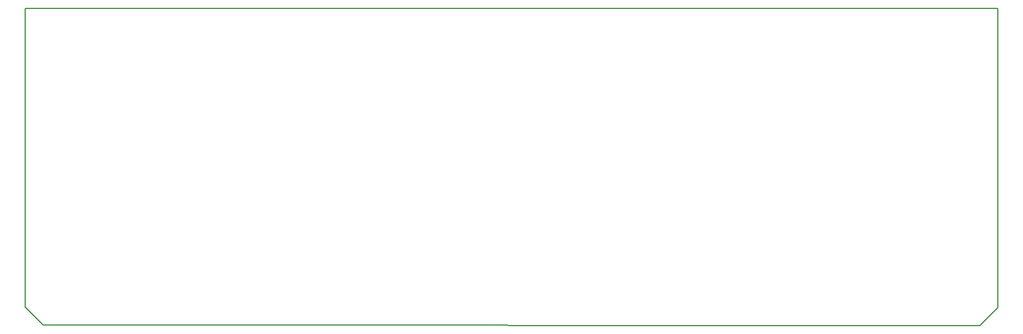
<source format=gbr>
%TF.GenerationSoftware,KiCad,Pcbnew,(5.1.9-0-10_14)*%
%TF.CreationDate,2021-02-12T13:00:48+01:00*%
%TF.ProjectId,teensythumbboard,7465656e-7379-4746-9875-6d62626f6172,1.1*%
%TF.SameCoordinates,PX68290a0PY463f660*%
%TF.FileFunction,Profile,NP*%
%FSLAX46Y46*%
G04 Gerber Fmt 4.6, Leading zero omitted, Abs format (unit mm)*
G04 Created by KiCad (PCBNEW (5.1.9-0-10_14)) date 2021-02-12 13:00:48*
%MOMM*%
%LPD*%
G01*
G04 APERTURE LIST*
%TA.AperFunction,Profile*%
%ADD10C,0.150000*%
%TD*%
G04 APERTURE END LIST*
D10*
X-6825000Y-36540000D02*
X130575000Y-36540000D01*
X128035000Y-81340000D02*
X130575000Y-78800000D01*
X-4260000Y-81280000D02*
X-6800000Y-78740000D01*
X128035000Y-81340000D02*
X-4260000Y-81280000D01*
X130575000Y-36540000D02*
X130575000Y-78800000D01*
X-6825000Y-36540000D02*
X-6800000Y-78740000D01*
M02*

</source>
